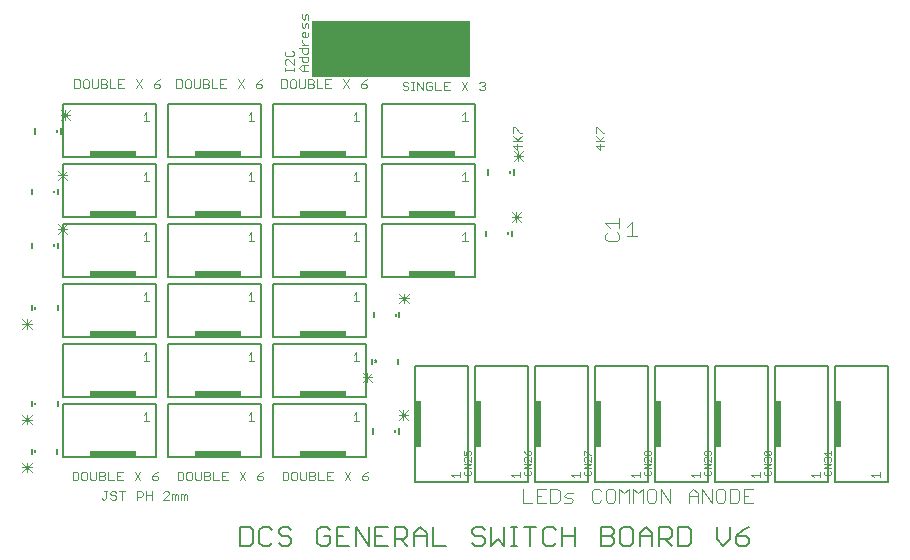
<source format=gbr>
G04 EAGLE Gerber RS-274X export*
G75*
%MOMM*%
%FSLAX34Y34*%
%LPD*%
%INSilkscreen Top*%
%IPPOS*%
%AMOC8*
5,1,8,0,0,1.08239X$1,22.5*%
G01*
%ADD10C,0.152400*%
%ADD11C,0.076200*%
%ADD12C,0.101600*%
%ADD13R,13.500000X4.750000*%
%ADD14C,0.127000*%
%ADD15R,4.000000X0.500000*%
%ADD16R,0.500000X4.000000*%
%ADD17C,0.050800*%


D10*
X211886Y37352D02*
X211886Y21082D01*
X220021Y21082D01*
X222733Y23794D01*
X222733Y34640D01*
X220021Y37352D01*
X211886Y37352D01*
X236393Y37352D02*
X239104Y34640D01*
X236393Y37352D02*
X230969Y37352D01*
X228258Y34640D01*
X228258Y23794D01*
X230969Y21082D01*
X236393Y21082D01*
X239104Y23794D01*
X252764Y37352D02*
X255476Y34640D01*
X252764Y37352D02*
X247341Y37352D01*
X244629Y34640D01*
X244629Y31929D01*
X247341Y29217D01*
X252764Y29217D01*
X255476Y26505D01*
X255476Y23794D01*
X252764Y21082D01*
X247341Y21082D01*
X244629Y23794D01*
X285507Y37352D02*
X288219Y34640D01*
X285507Y37352D02*
X280084Y37352D01*
X277372Y34640D01*
X277372Y23794D01*
X280084Y21082D01*
X285507Y21082D01*
X288219Y23794D01*
X288219Y29217D01*
X282796Y29217D01*
X293744Y37352D02*
X304591Y37352D01*
X293744Y37352D02*
X293744Y21082D01*
X304591Y21082D01*
X299167Y29217D02*
X293744Y29217D01*
X310116Y21082D02*
X310116Y37352D01*
X320962Y21082D01*
X320962Y37352D01*
X326487Y37352D02*
X337334Y37352D01*
X326487Y37352D02*
X326487Y21082D01*
X337334Y21082D01*
X331910Y29217D02*
X326487Y29217D01*
X342859Y21082D02*
X342859Y37352D01*
X350994Y37352D01*
X353705Y34640D01*
X353705Y29217D01*
X350994Y26505D01*
X342859Y26505D01*
X348282Y26505D02*
X353705Y21082D01*
X359230Y21082D02*
X359230Y31929D01*
X364654Y37352D01*
X370077Y31929D01*
X370077Y21082D01*
X370077Y29217D02*
X359230Y29217D01*
X375602Y37352D02*
X375602Y21082D01*
X386448Y21082D01*
X416480Y37352D02*
X419192Y34640D01*
X416480Y37352D02*
X411057Y37352D01*
X408345Y34640D01*
X408345Y31929D01*
X411057Y29217D01*
X416480Y29217D01*
X419192Y26505D01*
X419192Y23794D01*
X416480Y21082D01*
X411057Y21082D01*
X408345Y23794D01*
X424717Y21082D02*
X424717Y37352D01*
X430140Y26505D02*
X424717Y21082D01*
X430140Y26505D02*
X435563Y21082D01*
X435563Y37352D01*
X441088Y21082D02*
X446511Y21082D01*
X443800Y21082D02*
X443800Y37352D01*
X446511Y37352D02*
X441088Y37352D01*
X457426Y37352D02*
X457426Y21082D01*
X462849Y37352D02*
X452002Y37352D01*
X476509Y37352D02*
X479221Y34640D01*
X476509Y37352D02*
X471086Y37352D01*
X468374Y34640D01*
X468374Y23794D01*
X471086Y21082D01*
X476509Y21082D01*
X479221Y23794D01*
X484746Y21082D02*
X484746Y37352D01*
X484746Y29217D02*
X495592Y29217D01*
X495592Y37352D02*
X495592Y21082D01*
X517489Y21082D02*
X517489Y37352D01*
X525624Y37352D01*
X528335Y34640D01*
X528335Y31929D01*
X525624Y29217D01*
X528335Y26505D01*
X528335Y23794D01*
X525624Y21082D01*
X517489Y21082D01*
X517489Y29217D02*
X525624Y29217D01*
X536572Y37352D02*
X541995Y37352D01*
X536572Y37352D02*
X533860Y34640D01*
X533860Y23794D01*
X536572Y21082D01*
X541995Y21082D01*
X544707Y23794D01*
X544707Y34640D01*
X541995Y37352D01*
X550232Y31929D02*
X550232Y21082D01*
X550232Y31929D02*
X555655Y37352D01*
X561078Y31929D01*
X561078Y21082D01*
X561078Y29217D02*
X550232Y29217D01*
X566603Y21082D02*
X566603Y37352D01*
X574738Y37352D01*
X577450Y34640D01*
X577450Y29217D01*
X574738Y26505D01*
X566603Y26505D01*
X572027Y26505D02*
X577450Y21082D01*
X582975Y21082D02*
X582975Y37352D01*
X582975Y21082D02*
X591110Y21082D01*
X593822Y23794D01*
X593822Y34640D01*
X591110Y37352D01*
X582975Y37352D01*
X615718Y37352D02*
X615718Y26505D01*
X621141Y21082D01*
X626565Y26505D01*
X626565Y37352D01*
X637513Y34640D02*
X642936Y37352D01*
X637513Y34640D02*
X632090Y29217D01*
X632090Y23794D01*
X634801Y21082D01*
X640225Y21082D01*
X642936Y23794D01*
X642936Y26505D01*
X640225Y29217D01*
X632090Y29217D01*
D11*
X246881Y408531D02*
X246881Y415903D01*
X246881Y408531D02*
X250567Y408531D01*
X251796Y409760D01*
X251796Y414675D01*
X250567Y415903D01*
X246881Y415903D01*
X255594Y415903D02*
X258051Y415903D01*
X255594Y415903D02*
X254365Y414675D01*
X254365Y409760D01*
X255594Y408531D01*
X258051Y408531D01*
X259280Y409760D01*
X259280Y414675D01*
X258051Y415903D01*
X261849Y415903D02*
X261849Y409760D01*
X263078Y408531D01*
X265535Y408531D01*
X266764Y409760D01*
X266764Y415903D01*
X269333Y415903D02*
X269333Y408531D01*
X269333Y415903D02*
X273020Y415903D01*
X274248Y414675D01*
X274248Y413446D01*
X273020Y412217D01*
X274248Y410988D01*
X274248Y409760D01*
X273020Y408531D01*
X269333Y408531D01*
X269333Y412217D02*
X273020Y412217D01*
X276818Y415903D02*
X276818Y408531D01*
X281732Y408531D01*
X284302Y415903D02*
X289217Y415903D01*
X284302Y415903D02*
X284302Y408531D01*
X289217Y408531D01*
X286759Y412217D02*
X284302Y412217D01*
X299270Y415903D02*
X304185Y408531D01*
X299270Y408531D02*
X304185Y415903D01*
X316696Y414675D02*
X319153Y415903D01*
X316696Y414675D02*
X314238Y412217D01*
X314238Y409760D01*
X315467Y408531D01*
X317925Y408531D01*
X319153Y409760D01*
X319153Y410988D01*
X317925Y412217D01*
X314238Y412217D01*
X353317Y414153D02*
X354546Y412925D01*
X353317Y414153D02*
X350860Y414153D01*
X349631Y412925D01*
X349631Y411696D01*
X350860Y410467D01*
X353317Y410467D01*
X354546Y409238D01*
X354546Y408010D01*
X353317Y406781D01*
X350860Y406781D01*
X349631Y408010D01*
X357115Y406781D02*
X359573Y406781D01*
X358344Y406781D02*
X358344Y414153D01*
X357115Y414153D02*
X359573Y414153D01*
X362105Y414153D02*
X362105Y406781D01*
X367019Y406781D02*
X362105Y414153D01*
X367019Y414153D02*
X367019Y406781D01*
X373275Y414153D02*
X374504Y412925D01*
X373275Y414153D02*
X370817Y414153D01*
X369589Y412925D01*
X369589Y408010D01*
X370817Y406781D01*
X373275Y406781D01*
X374504Y408010D01*
X374504Y410467D01*
X372046Y410467D01*
X377073Y414153D02*
X377073Y406781D01*
X381988Y406781D01*
X384557Y414153D02*
X389472Y414153D01*
X384557Y414153D02*
X384557Y406781D01*
X389472Y406781D01*
X387014Y410467D02*
X384557Y410467D01*
X399525Y414153D02*
X404440Y406781D01*
X399525Y406781D02*
X404440Y414153D01*
X414494Y412925D02*
X415722Y414153D01*
X418180Y414153D01*
X419409Y412925D01*
X419409Y411696D01*
X418180Y410467D01*
X416951Y410467D01*
X418180Y410467D02*
X419409Y409238D01*
X419409Y408010D01*
X418180Y406781D01*
X415722Y406781D01*
X414494Y408010D01*
X157981Y408531D02*
X157981Y415903D01*
X157981Y408531D02*
X161667Y408531D01*
X162896Y409760D01*
X162896Y414675D01*
X161667Y415903D01*
X157981Y415903D01*
X166694Y415903D02*
X169151Y415903D01*
X166694Y415903D02*
X165465Y414675D01*
X165465Y409760D01*
X166694Y408531D01*
X169151Y408531D01*
X170380Y409760D01*
X170380Y414675D01*
X169151Y415903D01*
X172949Y415903D02*
X172949Y409760D01*
X174178Y408531D01*
X176635Y408531D01*
X177864Y409760D01*
X177864Y415903D01*
X180433Y415903D02*
X180433Y408531D01*
X180433Y415903D02*
X184120Y415903D01*
X185348Y414675D01*
X185348Y413446D01*
X184120Y412217D01*
X185348Y410988D01*
X185348Y409760D01*
X184120Y408531D01*
X180433Y408531D01*
X180433Y412217D02*
X184120Y412217D01*
X187918Y415903D02*
X187918Y408531D01*
X192832Y408531D01*
X195402Y415903D02*
X200317Y415903D01*
X195402Y415903D02*
X195402Y408531D01*
X200317Y408531D01*
X197859Y412217D02*
X195402Y412217D01*
X210370Y415903D02*
X215285Y408531D01*
X210370Y408531D02*
X215285Y415903D01*
X227796Y414675D02*
X230253Y415903D01*
X227796Y414675D02*
X225338Y412217D01*
X225338Y409760D01*
X226567Y408531D01*
X229025Y408531D01*
X230253Y409760D01*
X230253Y410988D01*
X229025Y412217D01*
X225338Y412217D01*
X71581Y415903D02*
X71581Y408531D01*
X75267Y408531D01*
X76496Y409760D01*
X76496Y414675D01*
X75267Y415903D01*
X71581Y415903D01*
X80294Y415903D02*
X82751Y415903D01*
X80294Y415903D02*
X79065Y414675D01*
X79065Y409760D01*
X80294Y408531D01*
X82751Y408531D01*
X83980Y409760D01*
X83980Y414675D01*
X82751Y415903D01*
X86549Y415903D02*
X86549Y409760D01*
X87778Y408531D01*
X90235Y408531D01*
X91464Y409760D01*
X91464Y415903D01*
X94033Y415903D02*
X94033Y408531D01*
X94033Y415903D02*
X97720Y415903D01*
X98948Y414675D01*
X98948Y413446D01*
X97720Y412217D01*
X98948Y410988D01*
X98948Y409760D01*
X97720Y408531D01*
X94033Y408531D01*
X94033Y412217D02*
X97720Y412217D01*
X101518Y415903D02*
X101518Y408531D01*
X106432Y408531D01*
X109002Y415903D02*
X113917Y415903D01*
X109002Y415903D02*
X109002Y408531D01*
X113917Y408531D01*
X111459Y412217D02*
X109002Y412217D01*
X123970Y415903D02*
X128885Y408531D01*
X123970Y408531D02*
X128885Y415903D01*
X141396Y414675D02*
X143853Y415903D01*
X141396Y414675D02*
X138938Y412217D01*
X138938Y409760D01*
X140167Y408531D01*
X142625Y408531D01*
X143853Y409760D01*
X143853Y410988D01*
X142625Y412217D01*
X138938Y412217D01*
X70231Y83953D02*
X70231Y76581D01*
X73917Y76581D01*
X75146Y77810D01*
X75146Y82725D01*
X73917Y83953D01*
X70231Y83953D01*
X78944Y83953D02*
X81401Y83953D01*
X78944Y83953D02*
X77715Y82725D01*
X77715Y77810D01*
X78944Y76581D01*
X81401Y76581D01*
X82630Y77810D01*
X82630Y82725D01*
X81401Y83953D01*
X85199Y83953D02*
X85199Y77810D01*
X86428Y76581D01*
X88885Y76581D01*
X90114Y77810D01*
X90114Y83953D01*
X92683Y83953D02*
X92683Y76581D01*
X92683Y83953D02*
X96370Y83953D01*
X97598Y82725D01*
X97598Y81496D01*
X96370Y80267D01*
X97598Y79038D01*
X97598Y77810D01*
X96370Y76581D01*
X92683Y76581D01*
X92683Y80267D02*
X96370Y80267D01*
X100168Y83953D02*
X100168Y76581D01*
X105082Y76581D01*
X107652Y83953D02*
X112567Y83953D01*
X107652Y83953D02*
X107652Y76581D01*
X112567Y76581D01*
X110109Y80267D02*
X107652Y80267D01*
X122620Y83953D02*
X127535Y76581D01*
X122620Y76581D02*
X127535Y83953D01*
X140046Y82725D02*
X142503Y83953D01*
X140046Y82725D02*
X137588Y80267D01*
X137588Y77810D01*
X138817Y76581D01*
X141275Y76581D01*
X142503Y77810D01*
X142503Y79038D01*
X141275Y80267D01*
X137588Y80267D01*
X159131Y83953D02*
X159131Y76581D01*
X162817Y76581D01*
X164046Y77810D01*
X164046Y82725D01*
X162817Y83953D01*
X159131Y83953D01*
X167844Y83953D02*
X170301Y83953D01*
X167844Y83953D02*
X166615Y82725D01*
X166615Y77810D01*
X167844Y76581D01*
X170301Y76581D01*
X171530Y77810D01*
X171530Y82725D01*
X170301Y83953D01*
X174099Y83953D02*
X174099Y77810D01*
X175328Y76581D01*
X177785Y76581D01*
X179014Y77810D01*
X179014Y83953D01*
X181583Y83953D02*
X181583Y76581D01*
X181583Y83953D02*
X185270Y83953D01*
X186498Y82725D01*
X186498Y81496D01*
X185270Y80267D01*
X186498Y79038D01*
X186498Y77810D01*
X185270Y76581D01*
X181583Y76581D01*
X181583Y80267D02*
X185270Y80267D01*
X189068Y83953D02*
X189068Y76581D01*
X193982Y76581D01*
X196552Y83953D02*
X201467Y83953D01*
X196552Y83953D02*
X196552Y76581D01*
X201467Y76581D01*
X199009Y80267D02*
X196552Y80267D01*
X211520Y83953D02*
X216435Y76581D01*
X211520Y76581D02*
X216435Y83953D01*
X228946Y82725D02*
X231403Y83953D01*
X228946Y82725D02*
X226488Y80267D01*
X226488Y77810D01*
X227717Y76581D01*
X230175Y76581D01*
X231403Y77810D01*
X231403Y79038D01*
X230175Y80267D01*
X226488Y80267D01*
X248031Y83953D02*
X248031Y76581D01*
X251717Y76581D01*
X252946Y77810D01*
X252946Y82725D01*
X251717Y83953D01*
X248031Y83953D01*
X256744Y83953D02*
X259201Y83953D01*
X256744Y83953D02*
X255515Y82725D01*
X255515Y77810D01*
X256744Y76581D01*
X259201Y76581D01*
X260430Y77810D01*
X260430Y82725D01*
X259201Y83953D01*
X262999Y83953D02*
X262999Y77810D01*
X264228Y76581D01*
X266685Y76581D01*
X267914Y77810D01*
X267914Y83953D01*
X270483Y83953D02*
X270483Y76581D01*
X270483Y83953D02*
X274170Y83953D01*
X275398Y82725D01*
X275398Y81496D01*
X274170Y80267D01*
X275398Y79038D01*
X275398Y77810D01*
X274170Y76581D01*
X270483Y76581D01*
X270483Y80267D02*
X274170Y80267D01*
X277968Y83953D02*
X277968Y76581D01*
X282882Y76581D01*
X285452Y83953D02*
X290367Y83953D01*
X285452Y83953D02*
X285452Y76581D01*
X290367Y76581D01*
X287909Y80267D02*
X285452Y80267D01*
X300420Y83953D02*
X305335Y76581D01*
X300420Y76581D02*
X305335Y83953D01*
X317846Y82725D02*
X320303Y83953D01*
X317846Y82725D02*
X315388Y80267D01*
X315388Y77810D01*
X316617Y76581D01*
X319075Y76581D01*
X320303Y77810D01*
X320303Y79038D01*
X319075Y80267D01*
X315388Y80267D01*
X95960Y60031D02*
X94731Y61260D01*
X95960Y60031D02*
X97188Y60031D01*
X98417Y61260D01*
X98417Y67403D01*
X97188Y67403D02*
X99646Y67403D01*
X105901Y67403D02*
X107130Y66175D01*
X105901Y67403D02*
X103444Y67403D01*
X102215Y66175D01*
X102215Y64946D01*
X103444Y63717D01*
X105901Y63717D01*
X107130Y62488D01*
X107130Y61260D01*
X105901Y60031D01*
X103444Y60031D01*
X102215Y61260D01*
X112157Y60031D02*
X112157Y67403D01*
X114614Y67403D02*
X109699Y67403D01*
X124668Y67403D02*
X124668Y60031D01*
X124668Y67403D02*
X128354Y67403D01*
X129582Y66175D01*
X129582Y63717D01*
X128354Y62488D01*
X124668Y62488D01*
X132152Y60031D02*
X132152Y67403D01*
X132152Y63717D02*
X137067Y63717D01*
X137067Y67403D02*
X137067Y60031D01*
X147120Y60031D02*
X152035Y60031D01*
X147120Y60031D02*
X152035Y64946D01*
X152035Y66175D01*
X150806Y67403D01*
X148349Y67403D01*
X147120Y66175D01*
X154604Y64946D02*
X154604Y60031D01*
X154604Y64946D02*
X155833Y64946D01*
X157062Y63717D01*
X157062Y60031D01*
X157062Y63717D02*
X158290Y64946D01*
X159519Y63717D01*
X159519Y60031D01*
X162088Y60031D02*
X162088Y64946D01*
X163317Y64946D01*
X164546Y63717D01*
X164546Y60031D01*
X164546Y63717D02*
X165775Y64946D01*
X167003Y63717D01*
X167003Y60031D01*
D12*
X451358Y57658D02*
X451358Y69352D01*
X451358Y57658D02*
X459154Y57658D01*
X463052Y69352D02*
X470848Y69352D01*
X463052Y69352D02*
X463052Y57658D01*
X470848Y57658D01*
X466950Y63505D02*
X463052Y63505D01*
X474746Y69352D02*
X474746Y57658D01*
X480593Y57658D01*
X482542Y59607D01*
X482542Y67403D01*
X480593Y69352D01*
X474746Y69352D01*
X486440Y57658D02*
X492287Y57658D01*
X494236Y59607D01*
X492287Y61556D01*
X488389Y61556D01*
X486440Y63505D01*
X488389Y65454D01*
X494236Y65454D01*
X515675Y69352D02*
X517624Y67403D01*
X515675Y69352D02*
X511777Y69352D01*
X509828Y67403D01*
X509828Y59607D01*
X511777Y57658D01*
X515675Y57658D01*
X517624Y59607D01*
X523471Y69352D02*
X527369Y69352D01*
X523471Y69352D02*
X521522Y67403D01*
X521522Y59607D01*
X523471Y57658D01*
X527369Y57658D01*
X529318Y59607D01*
X529318Y67403D01*
X527369Y69352D01*
X533216Y69352D02*
X533216Y57658D01*
X537114Y65454D02*
X533216Y69352D01*
X537114Y65454D02*
X541012Y69352D01*
X541012Y57658D01*
X544910Y57658D02*
X544910Y69352D01*
X548808Y65454D01*
X552706Y69352D01*
X552706Y57658D01*
X558553Y69352D02*
X562451Y69352D01*
X558553Y69352D02*
X556604Y67403D01*
X556604Y59607D01*
X558553Y57658D01*
X562451Y57658D01*
X564400Y59607D01*
X564400Y67403D01*
X562451Y69352D01*
X568298Y69352D02*
X568298Y57658D01*
X576094Y57658D02*
X568298Y69352D01*
X576094Y69352D02*
X576094Y57658D01*
X591686Y57658D02*
X591686Y65454D01*
X595584Y69352D01*
X599482Y65454D01*
X599482Y57658D01*
X599482Y63505D02*
X591686Y63505D01*
X603380Y57658D02*
X603380Y69352D01*
X611176Y57658D01*
X611176Y69352D01*
X617023Y69352D02*
X620921Y69352D01*
X617023Y69352D02*
X615074Y67403D01*
X615074Y59607D01*
X617023Y57658D01*
X620921Y57658D01*
X622870Y59607D01*
X622870Y67403D01*
X620921Y69352D01*
X626768Y69352D02*
X626768Y57658D01*
X632615Y57658D01*
X634564Y59607D01*
X634564Y67403D01*
X632615Y69352D01*
X626768Y69352D01*
X638462Y69352D02*
X646257Y69352D01*
X638462Y69352D02*
X638462Y57658D01*
X646257Y57658D01*
X642359Y63505D02*
X638462Y63505D01*
D11*
X450469Y359667D02*
X443097Y359667D01*
X446783Y355981D01*
X446783Y360896D01*
X443097Y363465D02*
X450469Y363465D01*
X448012Y363465D02*
X443097Y368380D01*
X446783Y364694D02*
X450469Y368380D01*
X443097Y370949D02*
X443097Y375864D01*
X444325Y375864D01*
X449240Y370949D01*
X450469Y370949D01*
X512947Y359667D02*
X520319Y359667D01*
X516633Y355981D02*
X512947Y359667D01*
X516633Y360896D02*
X516633Y355981D01*
X512947Y363465D02*
X520319Y363465D01*
X517862Y363465D02*
X512947Y368380D01*
X516633Y364694D02*
X520319Y368380D01*
X512947Y370949D02*
X512947Y375864D01*
X514175Y375864D01*
X519090Y370949D01*
X520319Y370949D01*
D13*
X340000Y441250D03*
D11*
X257427Y425338D02*
X257427Y422881D01*
X257427Y424110D02*
X250055Y424110D01*
X250055Y425338D02*
X250055Y422881D01*
X257427Y427870D02*
X257427Y432785D01*
X257427Y427870D02*
X252512Y432785D01*
X251283Y432785D01*
X250055Y431557D01*
X250055Y429099D01*
X251283Y427870D01*
X250055Y439041D02*
X251283Y440269D01*
X250055Y439041D02*
X250055Y436583D01*
X251283Y435355D01*
X256198Y435355D01*
X257427Y436583D01*
X257427Y439041D01*
X256198Y440269D01*
X264704Y422881D02*
X269619Y422881D01*
X264704Y422881D02*
X262247Y425338D01*
X264704Y427796D01*
X269619Y427796D01*
X265933Y427796D02*
X265933Y422881D01*
X262247Y435280D02*
X269619Y435280D01*
X269619Y431594D01*
X268390Y430365D01*
X265933Y430365D01*
X264704Y431594D01*
X264704Y435280D01*
X262247Y442764D02*
X269619Y442764D01*
X269619Y439078D01*
X268390Y437849D01*
X265933Y437849D01*
X264704Y439078D01*
X264704Y442764D01*
X264704Y445333D02*
X269619Y445333D01*
X267162Y445333D02*
X264704Y447791D01*
X264704Y449020D01*
X269619Y452799D02*
X269619Y455256D01*
X269619Y452799D02*
X268390Y451570D01*
X265933Y451570D01*
X264704Y452799D01*
X264704Y455256D01*
X265933Y456485D01*
X267162Y456485D01*
X267162Y451570D01*
X269619Y459054D02*
X269619Y462741D01*
X268390Y463969D01*
X267162Y462741D01*
X267162Y460283D01*
X265933Y459054D01*
X264704Y460283D01*
X264704Y463969D01*
X269619Y466539D02*
X269619Y470225D01*
X268390Y471453D01*
X267162Y470225D01*
X267162Y467767D01*
X265933Y466539D01*
X264704Y467767D01*
X264704Y471453D01*
D12*
X539915Y290879D02*
X543813Y294777D01*
X543813Y283083D01*
X539915Y283083D02*
X547711Y283083D01*
X523147Y286541D02*
X521198Y284592D01*
X521198Y280694D01*
X523147Y278745D01*
X530943Y278745D01*
X532892Y280694D01*
X532892Y284592D01*
X530943Y286541D01*
X525096Y290439D02*
X521198Y294337D01*
X532892Y294337D01*
X532892Y290439D02*
X532892Y298235D01*
D10*
X419953Y287936D02*
X419953Y283364D01*
X441797Y283364D02*
X441797Y287936D01*
X439002Y286412D02*
X438975Y286313D01*
X438952Y286212D01*
X438932Y286111D01*
X438916Y286009D01*
X438904Y285907D01*
X438896Y285804D01*
X438892Y285702D01*
X438892Y285598D01*
X438896Y285496D01*
X438904Y285393D01*
X438916Y285291D01*
X438932Y285189D01*
X438952Y285088D01*
X438975Y284987D01*
X439002Y284888D01*
D11*
X441883Y295338D02*
X449849Y303303D01*
X449849Y295338D02*
X441883Y303303D01*
X445866Y303303D02*
X445866Y295338D01*
X441883Y299320D02*
X449849Y299320D01*
D10*
X325003Y219061D02*
X325003Y214489D01*
X346847Y214489D02*
X346847Y219061D01*
X344052Y217537D02*
X344025Y217438D01*
X344002Y217337D01*
X343982Y217236D01*
X343966Y217134D01*
X343954Y217032D01*
X343946Y216929D01*
X343942Y216827D01*
X343942Y216723D01*
X343946Y216621D01*
X343954Y216518D01*
X343966Y216416D01*
X343982Y216314D01*
X344002Y216213D01*
X344025Y216112D01*
X344052Y216013D01*
D11*
X346933Y226463D02*
X354899Y234428D01*
X354899Y226463D02*
X346933Y234428D01*
X350916Y234428D02*
X350916Y226463D01*
X346933Y230445D02*
X354899Y230445D01*
D14*
X140875Y141300D02*
X62365Y141300D01*
X140875Y141300D02*
X140875Y96300D01*
X62365Y96300D01*
X62365Y141300D01*
D15*
X104575Y98800D03*
D11*
X130256Y131821D02*
X132713Y134278D01*
X132713Y126906D01*
X130256Y126906D02*
X135171Y126906D01*
D14*
X151265Y141300D02*
X229775Y141300D01*
X229775Y96300D01*
X151265Y96300D01*
X151265Y141300D01*
D15*
X193475Y98800D03*
D11*
X219156Y131821D02*
X221613Y134278D01*
X221613Y126906D01*
X219156Y126906D02*
X224071Y126906D01*
D14*
X240165Y141300D02*
X318675Y141300D01*
X318675Y96300D01*
X240165Y96300D01*
X240165Y141300D01*
D15*
X282375Y98800D03*
D11*
X308056Y131821D02*
X310513Y134278D01*
X310513Y126906D01*
X308056Y126906D02*
X312971Y126906D01*
D14*
X140875Y192100D02*
X62365Y192100D01*
X140875Y192100D02*
X140875Y147100D01*
X62365Y147100D01*
X62365Y192100D01*
D15*
X104575Y149600D03*
D11*
X130256Y182621D02*
X132713Y185078D01*
X132713Y177706D01*
X130256Y177706D02*
X135171Y177706D01*
D14*
X151265Y192100D02*
X229775Y192100D01*
X229775Y147100D01*
X151265Y147100D01*
X151265Y192100D01*
D15*
X193475Y149600D03*
D11*
X219156Y182621D02*
X221613Y185078D01*
X221613Y177706D01*
X219156Y177706D02*
X224071Y177706D01*
D14*
X240165Y192100D02*
X318675Y192100D01*
X318675Y147100D01*
X240165Y147100D01*
X240165Y192100D01*
D15*
X282375Y149600D03*
D11*
X308056Y182621D02*
X310513Y185078D01*
X310513Y177706D01*
X308056Y177706D02*
X312971Y177706D01*
D14*
X140875Y242900D02*
X62365Y242900D01*
X140875Y242900D02*
X140875Y197900D01*
X62365Y197900D01*
X62365Y242900D01*
D15*
X104575Y200400D03*
D11*
X130256Y233421D02*
X132713Y235878D01*
X132713Y228506D01*
X130256Y228506D02*
X135171Y228506D01*
D14*
X151265Y242900D02*
X229775Y242900D01*
X229775Y197900D01*
X151265Y197900D01*
X151265Y242900D01*
D15*
X193475Y200400D03*
D11*
X219156Y233421D02*
X221613Y235878D01*
X221613Y228506D01*
X219156Y228506D02*
X224071Y228506D01*
D14*
X240165Y242900D02*
X318675Y242900D01*
X318675Y197900D01*
X240165Y197900D01*
X240165Y242900D01*
D15*
X282375Y200400D03*
D11*
X308056Y233421D02*
X310513Y235878D01*
X310513Y228506D01*
X308056Y228506D02*
X312971Y228506D01*
D14*
X140875Y293700D02*
X62365Y293700D01*
X140875Y293700D02*
X140875Y248700D01*
X62365Y248700D01*
X62365Y293700D01*
D15*
X104575Y251200D03*
D11*
X130256Y284221D02*
X132713Y286678D01*
X132713Y279306D01*
X130256Y279306D02*
X135171Y279306D01*
D14*
X151265Y293700D02*
X229775Y293700D01*
X229775Y248700D01*
X151265Y248700D01*
X151265Y293700D01*
D15*
X193475Y251200D03*
D11*
X219156Y284221D02*
X221613Y286678D01*
X221613Y279306D01*
X219156Y279306D02*
X224071Y279306D01*
D14*
X240165Y293700D02*
X318675Y293700D01*
X318675Y248700D01*
X240165Y248700D01*
X240165Y293700D01*
D15*
X282375Y251200D03*
D11*
X308056Y284221D02*
X310513Y286678D01*
X310513Y279306D01*
X308056Y279306D02*
X312971Y279306D01*
D14*
X140875Y344500D02*
X62365Y344500D01*
X140875Y344500D02*
X140875Y299500D01*
X62365Y299500D01*
X62365Y344500D01*
D15*
X104575Y302000D03*
D11*
X130256Y335021D02*
X132713Y337478D01*
X132713Y330106D01*
X130256Y330106D02*
X135171Y330106D01*
D14*
X151265Y344500D02*
X229775Y344500D01*
X229775Y299500D01*
X151265Y299500D01*
X151265Y344500D01*
D15*
X193475Y302000D03*
D11*
X219156Y335021D02*
X221613Y337478D01*
X221613Y330106D01*
X219156Y330106D02*
X224071Y330106D01*
D14*
X240165Y344500D02*
X318675Y344500D01*
X318675Y299500D01*
X240165Y299500D01*
X240165Y344500D01*
D15*
X282375Y302000D03*
D11*
X308056Y335021D02*
X310513Y337478D01*
X310513Y330106D01*
X308056Y330106D02*
X312971Y330106D01*
D14*
X140875Y395300D02*
X62365Y395300D01*
X140875Y395300D02*
X140875Y350300D01*
X62365Y350300D01*
X62365Y395300D01*
D15*
X104575Y352800D03*
D11*
X130256Y385821D02*
X132713Y388278D01*
X132713Y380906D01*
X130256Y380906D02*
X135171Y380906D01*
D14*
X151265Y395300D02*
X229775Y395300D01*
X229775Y350300D01*
X151265Y350300D01*
X151265Y395300D01*
D15*
X193475Y352800D03*
D11*
X219156Y385821D02*
X221613Y388278D01*
X221613Y380906D01*
X219156Y380906D02*
X224071Y380906D01*
D14*
X240165Y395300D02*
X318675Y395300D01*
X318675Y350300D01*
X240165Y350300D01*
X240165Y395300D01*
D15*
X282375Y352800D03*
D11*
X308056Y385821D02*
X310513Y388278D01*
X310513Y380906D01*
X308056Y380906D02*
X312971Y380906D01*
D14*
X332240Y395300D02*
X410750Y395300D01*
X410750Y350300D01*
X332240Y350300D01*
X332240Y395300D01*
D15*
X374450Y352800D03*
D11*
X400131Y385821D02*
X402588Y388278D01*
X402588Y380906D01*
X400131Y380906D02*
X405046Y380906D01*
D14*
X410750Y293700D02*
X332240Y293700D01*
X410750Y293700D02*
X410750Y248700D01*
X332240Y248700D01*
X332240Y293700D01*
D15*
X374450Y251200D03*
D11*
X400131Y284221D02*
X402588Y286678D01*
X402588Y279306D01*
X400131Y279306D02*
X405046Y279306D01*
D14*
X410750Y344500D02*
X332240Y344500D01*
X410750Y344500D02*
X410750Y299500D01*
X332240Y299500D01*
X332240Y344500D01*
D15*
X374450Y302000D03*
D11*
X400131Y335021D02*
X402588Y337478D01*
X402588Y330106D01*
X400131Y330106D02*
X405046Y330106D01*
D10*
X57497Y224961D02*
X57497Y220389D01*
X35653Y220389D02*
X35653Y224961D01*
X38448Y223437D02*
X38475Y223338D01*
X38498Y223237D01*
X38518Y223136D01*
X38534Y223034D01*
X38546Y222932D01*
X38554Y222829D01*
X38558Y222727D01*
X38558Y222623D01*
X38554Y222521D01*
X38546Y222418D01*
X38534Y222316D01*
X38518Y222214D01*
X38498Y222113D01*
X38475Y222012D01*
X38448Y221913D01*
D11*
X35567Y212987D02*
X27601Y205022D01*
X27601Y212987D02*
X35567Y205022D01*
X31584Y205022D02*
X31584Y212987D01*
X35567Y209005D02*
X27601Y209005D01*
D10*
X38153Y369839D02*
X38153Y374411D01*
X59997Y374411D02*
X59997Y369839D01*
X57202Y371363D02*
X57175Y371462D01*
X57152Y371563D01*
X57132Y371664D01*
X57116Y371766D01*
X57104Y371868D01*
X57096Y371971D01*
X57092Y372073D01*
X57092Y372177D01*
X57096Y372279D01*
X57104Y372382D01*
X57116Y372484D01*
X57132Y372586D01*
X57152Y372687D01*
X57175Y372788D01*
X57202Y372887D01*
D11*
X60083Y381813D02*
X68049Y389778D01*
X68049Y381813D02*
X60083Y389778D01*
X64066Y389778D02*
X64066Y381813D01*
X60083Y385795D02*
X68049Y385795D01*
D10*
X345647Y179561D02*
X345647Y174989D01*
X323803Y174989D02*
X323803Y179561D01*
X326598Y178037D02*
X326625Y177938D01*
X326648Y177837D01*
X326668Y177736D01*
X326684Y177634D01*
X326696Y177532D01*
X326704Y177429D01*
X326708Y177327D01*
X326708Y177223D01*
X326704Y177121D01*
X326696Y177018D01*
X326684Y176916D01*
X326668Y176814D01*
X326648Y176713D01*
X326625Y176612D01*
X326598Y176513D01*
D11*
X323717Y167587D02*
X315751Y159622D01*
X315751Y167587D02*
X323717Y159622D01*
X319734Y159622D02*
X319734Y167587D01*
X323717Y163605D02*
X315751Y163605D01*
D10*
X421778Y335239D02*
X421778Y339811D01*
X443622Y339811D02*
X443622Y335239D01*
X440827Y336763D02*
X440800Y336862D01*
X440777Y336963D01*
X440757Y337064D01*
X440741Y337166D01*
X440729Y337268D01*
X440721Y337371D01*
X440717Y337473D01*
X440717Y337577D01*
X440721Y337679D01*
X440729Y337782D01*
X440741Y337884D01*
X440757Y337986D01*
X440777Y338087D01*
X440800Y338188D01*
X440827Y338287D01*
D11*
X443708Y347213D02*
X451674Y355178D01*
X451674Y347213D02*
X443708Y355178D01*
X447691Y355178D02*
X447691Y347213D01*
X443708Y351195D02*
X451674Y351195D01*
D10*
X57497Y143861D02*
X57497Y139289D01*
X35653Y139289D02*
X35653Y143861D01*
X38448Y142337D02*
X38475Y142238D01*
X38498Y142137D01*
X38518Y142036D01*
X38534Y141934D01*
X38546Y141832D01*
X38554Y141729D01*
X38558Y141627D01*
X38558Y141523D01*
X38554Y141421D01*
X38546Y141318D01*
X38534Y141216D01*
X38518Y141114D01*
X38498Y141013D01*
X38475Y140912D01*
X38448Y140813D01*
D11*
X35567Y131887D02*
X27601Y123922D01*
X27601Y131887D02*
X35567Y123922D01*
X31584Y123922D02*
X31584Y131887D01*
X35567Y127905D02*
X27601Y127905D01*
D10*
X35653Y318739D02*
X35653Y323311D01*
X57497Y323311D02*
X57497Y318739D01*
X54702Y320263D02*
X54675Y320362D01*
X54652Y320463D01*
X54632Y320564D01*
X54616Y320666D01*
X54604Y320768D01*
X54596Y320871D01*
X54592Y320973D01*
X54592Y321077D01*
X54596Y321179D01*
X54604Y321282D01*
X54616Y321384D01*
X54632Y321486D01*
X54652Y321587D01*
X54675Y321688D01*
X54702Y321787D01*
D11*
X57583Y330713D02*
X65549Y338678D01*
X65549Y330713D02*
X57583Y338678D01*
X61566Y338678D02*
X61566Y330713D01*
X57583Y334695D02*
X65549Y334695D01*
D10*
X324353Y120561D02*
X324353Y115989D01*
X346197Y115989D02*
X346197Y120561D01*
X343402Y119037D02*
X343375Y118938D01*
X343352Y118837D01*
X343332Y118736D01*
X343316Y118634D01*
X343304Y118532D01*
X343296Y118429D01*
X343292Y118327D01*
X343292Y118223D01*
X343296Y118121D01*
X343304Y118018D01*
X343316Y117916D01*
X343332Y117814D01*
X343352Y117713D01*
X343375Y117612D01*
X343402Y117513D01*
D11*
X346283Y127963D02*
X354249Y135928D01*
X354249Y127963D02*
X346283Y135928D01*
X350266Y135928D02*
X350266Y127963D01*
X346283Y131945D02*
X354249Y131945D01*
D10*
X57347Y103411D02*
X57347Y98839D01*
X35503Y98839D02*
X35503Y103411D01*
X38298Y101887D02*
X38325Y101788D01*
X38348Y101687D01*
X38368Y101586D01*
X38384Y101484D01*
X38396Y101382D01*
X38404Y101279D01*
X38408Y101177D01*
X38408Y101073D01*
X38404Y100971D01*
X38396Y100868D01*
X38384Y100766D01*
X38368Y100664D01*
X38348Y100563D01*
X38325Y100462D01*
X38298Y100363D01*
D11*
X35417Y91437D02*
X27451Y83472D01*
X27451Y91437D02*
X35417Y83472D01*
X31434Y83472D02*
X31434Y91437D01*
X35417Y87455D02*
X27451Y87455D01*
D10*
X35653Y273189D02*
X35653Y277761D01*
X57497Y277761D02*
X57497Y273189D01*
X54702Y274713D02*
X54675Y274812D01*
X54652Y274913D01*
X54632Y275014D01*
X54616Y275116D01*
X54604Y275218D01*
X54596Y275321D01*
X54592Y275423D01*
X54592Y275527D01*
X54596Y275629D01*
X54604Y275732D01*
X54616Y275834D01*
X54632Y275936D01*
X54652Y276037D01*
X54675Y276138D01*
X54702Y276237D01*
D11*
X57583Y285163D02*
X65549Y293128D01*
X65549Y285163D02*
X57583Y293128D01*
X61566Y293128D02*
X61566Y285163D01*
X57583Y289145D02*
X65549Y289145D01*
D16*
X362325Y124025D03*
D11*
X390425Y81379D02*
X392882Y78922D01*
X390425Y81379D02*
X397797Y81379D01*
X397797Y78922D02*
X397797Y83837D01*
D14*
X404825Y75025D02*
X404825Y173525D01*
X404825Y75025D02*
X359825Y75025D01*
X359825Y173525D01*
X404825Y173525D01*
D16*
X362325Y124025D03*
D11*
X390425Y81379D02*
X392882Y78922D01*
X390425Y81379D02*
X397797Y81379D01*
X397797Y78922D02*
X397797Y83837D01*
D16*
X413125Y124025D03*
D11*
X441225Y81379D02*
X443682Y78922D01*
X441225Y81379D02*
X448597Y81379D01*
X448597Y78922D02*
X448597Y83837D01*
D14*
X455625Y75025D02*
X455625Y173525D01*
X455625Y75025D02*
X410625Y75025D01*
X410625Y173525D01*
X455625Y173525D01*
D16*
X413125Y124025D03*
D11*
X441225Y81379D02*
X443682Y78922D01*
X441225Y81379D02*
X448597Y81379D01*
X448597Y78922D02*
X448597Y83837D01*
D17*
X402656Y84755D02*
X401724Y83823D01*
X401724Y81959D01*
X402656Y81027D01*
X406385Y81027D01*
X407317Y81959D01*
X407317Y83823D01*
X406385Y84755D01*
X407317Y86640D02*
X401724Y86640D01*
X407317Y90368D01*
X401724Y90368D01*
X407317Y92253D02*
X407317Y95981D01*
X407317Y92253D02*
X403589Y95981D01*
X402656Y95981D01*
X401724Y95049D01*
X401724Y93185D01*
X402656Y92253D01*
X401724Y97866D02*
X401724Y101594D01*
X401724Y97866D02*
X404521Y97866D01*
X403589Y99730D01*
X403589Y100662D01*
X404521Y101594D01*
X406385Y101594D01*
X407317Y100662D01*
X407317Y98798D01*
X406385Y97866D01*
X402656Y84755D02*
X401724Y83823D01*
X401724Y81959D01*
X402656Y81027D01*
X406385Y81027D01*
X407317Y81959D01*
X407317Y83823D01*
X406385Y84755D01*
X407317Y86640D02*
X401724Y86640D01*
X407317Y90368D01*
X401724Y90368D01*
X407317Y92253D02*
X407317Y95981D01*
X407317Y92253D02*
X403589Y95981D01*
X402656Y95981D01*
X401724Y95049D01*
X401724Y93185D01*
X402656Y92253D01*
X401724Y97866D02*
X401724Y101594D01*
X401724Y97866D02*
X404521Y97866D01*
X403589Y99730D01*
X403589Y100662D01*
X404521Y101594D01*
X406385Y101594D01*
X407317Y100662D01*
X407317Y98798D01*
X406385Y97866D01*
D16*
X463925Y124025D03*
D11*
X492025Y81379D02*
X494482Y78922D01*
X492025Y81379D02*
X499397Y81379D01*
X499397Y78922D02*
X499397Y83837D01*
D14*
X506425Y75025D02*
X506425Y173525D01*
X506425Y75025D02*
X461425Y75025D01*
X461425Y173525D01*
X506425Y173525D01*
D16*
X463925Y124025D03*
D11*
X492025Y81379D02*
X494482Y78922D01*
X492025Y81379D02*
X499397Y81379D01*
X499397Y78922D02*
X499397Y83837D01*
D17*
X453456Y84755D02*
X452524Y83823D01*
X452524Y81959D01*
X453456Y81027D01*
X457185Y81027D01*
X458117Y81959D01*
X458117Y83823D01*
X457185Y84755D01*
X458117Y86640D02*
X452524Y86640D01*
X458117Y90368D01*
X452524Y90368D01*
X458117Y92253D02*
X458117Y95981D01*
X458117Y92253D02*
X454389Y95981D01*
X453456Y95981D01*
X452524Y95049D01*
X452524Y93185D01*
X453456Y92253D01*
X453456Y99730D02*
X452524Y101594D01*
X453456Y99730D02*
X455321Y97866D01*
X457185Y97866D01*
X458117Y98798D01*
X458117Y100662D01*
X457185Y101594D01*
X456253Y101594D01*
X455321Y100662D01*
X455321Y97866D01*
X453456Y84755D02*
X452524Y83823D01*
X452524Y81959D01*
X453456Y81027D01*
X457185Y81027D01*
X458117Y81959D01*
X458117Y83823D01*
X457185Y84755D01*
X458117Y86640D02*
X452524Y86640D01*
X458117Y90368D01*
X452524Y90368D01*
X458117Y92253D02*
X458117Y95981D01*
X458117Y92253D02*
X454389Y95981D01*
X453456Y95981D01*
X452524Y95049D01*
X452524Y93185D01*
X453456Y92253D01*
X453456Y99730D02*
X452524Y101594D01*
X453456Y99730D02*
X455321Y97866D01*
X457185Y97866D01*
X458117Y98798D01*
X458117Y100662D01*
X457185Y101594D01*
X456253Y101594D01*
X455321Y100662D01*
X455321Y97866D01*
D16*
X514725Y124025D03*
D11*
X542825Y81379D02*
X545282Y78922D01*
X542825Y81379D02*
X550197Y81379D01*
X550197Y78922D02*
X550197Y83837D01*
D14*
X557225Y75025D02*
X557225Y173525D01*
X557225Y75025D02*
X512225Y75025D01*
X512225Y173525D01*
X557225Y173525D01*
D16*
X514725Y124025D03*
D11*
X542825Y81379D02*
X545282Y78922D01*
X542825Y81379D02*
X550197Y81379D01*
X550197Y78922D02*
X550197Y83837D01*
D17*
X504256Y84755D02*
X503324Y83823D01*
X503324Y81959D01*
X504256Y81027D01*
X507985Y81027D01*
X508917Y81959D01*
X508917Y83823D01*
X507985Y84755D01*
X508917Y86640D02*
X503324Y86640D01*
X508917Y90368D01*
X503324Y90368D01*
X508917Y92253D02*
X508917Y95981D01*
X508917Y92253D02*
X505189Y95981D01*
X504256Y95981D01*
X503324Y95049D01*
X503324Y93185D01*
X504256Y92253D01*
X503324Y97866D02*
X503324Y101594D01*
X504256Y101594D01*
X507985Y97866D01*
X508917Y97866D01*
X504256Y84755D02*
X503324Y83823D01*
X503324Y81959D01*
X504256Y81027D01*
X507985Y81027D01*
X508917Y81959D01*
X508917Y83823D01*
X507985Y84755D01*
X508917Y86640D02*
X503324Y86640D01*
X508917Y90368D01*
X503324Y90368D01*
X508917Y92253D02*
X508917Y95981D01*
X508917Y92253D02*
X505189Y95981D01*
X504256Y95981D01*
X503324Y95049D01*
X503324Y93185D01*
X504256Y92253D01*
X503324Y97866D02*
X503324Y101594D01*
X504256Y101594D01*
X507985Y97866D01*
X508917Y97866D01*
D16*
X565525Y124025D03*
D11*
X593625Y81379D02*
X596082Y78922D01*
X593625Y81379D02*
X600997Y81379D01*
X600997Y78922D02*
X600997Y83837D01*
D14*
X608025Y75025D02*
X608025Y173525D01*
X608025Y75025D02*
X563025Y75025D01*
X563025Y173525D01*
X608025Y173525D01*
D16*
X565525Y124025D03*
D11*
X593625Y81379D02*
X596082Y78922D01*
X593625Y81379D02*
X600997Y81379D01*
X600997Y78922D02*
X600997Y83837D01*
D17*
X555056Y84755D02*
X554124Y83823D01*
X554124Y81959D01*
X555056Y81027D01*
X558785Y81027D01*
X559717Y81959D01*
X559717Y83823D01*
X558785Y84755D01*
X559717Y86640D02*
X554124Y86640D01*
X559717Y90368D01*
X554124Y90368D01*
X559717Y92253D02*
X559717Y95981D01*
X559717Y92253D02*
X555989Y95981D01*
X555056Y95981D01*
X554124Y95049D01*
X554124Y93185D01*
X555056Y92253D01*
X555056Y97866D02*
X554124Y98798D01*
X554124Y100662D01*
X555056Y101594D01*
X555989Y101594D01*
X556921Y100662D01*
X557853Y101594D01*
X558785Y101594D01*
X559717Y100662D01*
X559717Y98798D01*
X558785Y97866D01*
X557853Y97866D01*
X556921Y98798D01*
X555989Y97866D01*
X555056Y97866D01*
X556921Y98798D02*
X556921Y100662D01*
X555056Y84755D02*
X554124Y83823D01*
X554124Y81959D01*
X555056Y81027D01*
X558785Y81027D01*
X559717Y81959D01*
X559717Y83823D01*
X558785Y84755D01*
X559717Y86640D02*
X554124Y86640D01*
X559717Y90368D01*
X554124Y90368D01*
X559717Y92253D02*
X559717Y95981D01*
X559717Y92253D02*
X555989Y95981D01*
X555056Y95981D01*
X554124Y95049D01*
X554124Y93185D01*
X555056Y92253D01*
X555056Y97866D02*
X554124Y98798D01*
X554124Y100662D01*
X555056Y101594D01*
X555989Y101594D01*
X556921Y100662D01*
X557853Y101594D01*
X558785Y101594D01*
X559717Y100662D01*
X559717Y98798D01*
X558785Y97866D01*
X557853Y97866D01*
X556921Y98798D01*
X555989Y97866D01*
X555056Y97866D01*
X556921Y98798D02*
X556921Y100662D01*
D16*
X616325Y124025D03*
D11*
X644425Y81379D02*
X646882Y78922D01*
X644425Y81379D02*
X651797Y81379D01*
X651797Y78922D02*
X651797Y83837D01*
D14*
X658825Y75025D02*
X658825Y173525D01*
X658825Y75025D02*
X613825Y75025D01*
X613825Y173525D01*
X658825Y173525D01*
D16*
X616325Y124025D03*
D11*
X644425Y81379D02*
X646882Y78922D01*
X644425Y81379D02*
X651797Y81379D01*
X651797Y78922D02*
X651797Y83837D01*
D17*
X605856Y84755D02*
X604924Y83823D01*
X604924Y81959D01*
X605856Y81027D01*
X609585Y81027D01*
X610517Y81959D01*
X610517Y83823D01*
X609585Y84755D01*
X610517Y86640D02*
X604924Y86640D01*
X610517Y90368D01*
X604924Y90368D01*
X610517Y92253D02*
X610517Y95981D01*
X610517Y92253D02*
X606789Y95981D01*
X605856Y95981D01*
X604924Y95049D01*
X604924Y93185D01*
X605856Y92253D01*
X609585Y97866D02*
X610517Y98798D01*
X610517Y100662D01*
X609585Y101594D01*
X605856Y101594D01*
X604924Y100662D01*
X604924Y98798D01*
X605856Y97866D01*
X606789Y97866D01*
X607721Y98798D01*
X607721Y101594D01*
X605856Y84755D02*
X604924Y83823D01*
X604924Y81959D01*
X605856Y81027D01*
X609585Y81027D01*
X610517Y81959D01*
X610517Y83823D01*
X609585Y84755D01*
X610517Y86640D02*
X604924Y86640D01*
X610517Y90368D01*
X604924Y90368D01*
X610517Y92253D02*
X610517Y95981D01*
X610517Y92253D02*
X606789Y95981D01*
X605856Y95981D01*
X604924Y95049D01*
X604924Y93185D01*
X605856Y92253D01*
X609585Y97866D02*
X610517Y98798D01*
X610517Y100662D01*
X609585Y101594D01*
X605856Y101594D01*
X604924Y100662D01*
X604924Y98798D01*
X605856Y97866D01*
X606789Y97866D01*
X607721Y98798D01*
X607721Y101594D01*
D16*
X667125Y124025D03*
D11*
X695225Y81379D02*
X697682Y78922D01*
X695225Y81379D02*
X702597Y81379D01*
X702597Y78922D02*
X702597Y83837D01*
D14*
X709625Y75025D02*
X709625Y173525D01*
X709625Y75025D02*
X664625Y75025D01*
X664625Y173525D01*
X709625Y173525D01*
D16*
X667125Y124025D03*
D11*
X695225Y81379D02*
X697682Y78922D01*
X695225Y81379D02*
X702597Y81379D01*
X702597Y78922D02*
X702597Y83837D01*
D17*
X656656Y84755D02*
X655724Y83823D01*
X655724Y81959D01*
X656656Y81027D01*
X660385Y81027D01*
X661317Y81959D01*
X661317Y83823D01*
X660385Y84755D01*
X661317Y86640D02*
X655724Y86640D01*
X661317Y90368D01*
X655724Y90368D01*
X656656Y92253D02*
X655724Y93185D01*
X655724Y95049D01*
X656656Y95981D01*
X657589Y95981D01*
X658521Y95049D01*
X658521Y94117D01*
X658521Y95049D02*
X659453Y95981D01*
X660385Y95981D01*
X661317Y95049D01*
X661317Y93185D01*
X660385Y92253D01*
X660385Y97866D02*
X656656Y97866D01*
X655724Y98798D01*
X655724Y100662D01*
X656656Y101594D01*
X660385Y101594D01*
X661317Y100662D01*
X661317Y98798D01*
X660385Y97866D01*
X656656Y101594D01*
X656656Y84755D02*
X655724Y83823D01*
X655724Y81959D01*
X656656Y81027D01*
X660385Y81027D01*
X661317Y81959D01*
X661317Y83823D01*
X660385Y84755D01*
X661317Y86640D02*
X655724Y86640D01*
X661317Y90368D01*
X655724Y90368D01*
X656656Y92253D02*
X655724Y93185D01*
X655724Y95049D01*
X656656Y95981D01*
X657589Y95981D01*
X658521Y95049D01*
X658521Y94117D01*
X658521Y95049D02*
X659453Y95981D01*
X660385Y95981D01*
X661317Y95049D01*
X661317Y93185D01*
X660385Y92253D01*
X660385Y97866D02*
X656656Y97866D01*
X655724Y98798D01*
X655724Y100662D01*
X656656Y101594D01*
X660385Y101594D01*
X661317Y100662D01*
X661317Y98798D01*
X660385Y97866D01*
X656656Y101594D01*
D16*
X717925Y124025D03*
D11*
X746025Y81379D02*
X748482Y78922D01*
X746025Y81379D02*
X753397Y81379D01*
X753397Y78922D02*
X753397Y83837D01*
D14*
X760425Y75025D02*
X760425Y173525D01*
X760425Y75025D02*
X715425Y75025D01*
X715425Y173525D01*
X760425Y173525D01*
D16*
X717925Y124025D03*
D11*
X746025Y81379D02*
X748482Y78922D01*
X746025Y81379D02*
X753397Y81379D01*
X753397Y78922D02*
X753397Y83837D01*
D17*
X707456Y84755D02*
X706524Y83823D01*
X706524Y81959D01*
X707456Y81027D01*
X711185Y81027D01*
X712117Y81959D01*
X712117Y83823D01*
X711185Y84755D01*
X712117Y86640D02*
X706524Y86640D01*
X712117Y90368D01*
X706524Y90368D01*
X707456Y92253D02*
X706524Y93185D01*
X706524Y95049D01*
X707456Y95981D01*
X708389Y95981D01*
X709321Y95049D01*
X709321Y94117D01*
X709321Y95049D02*
X710253Y95981D01*
X711185Y95981D01*
X712117Y95049D01*
X712117Y93185D01*
X711185Y92253D01*
X708389Y97866D02*
X706524Y99730D01*
X712117Y99730D01*
X712117Y97866D02*
X712117Y101594D01*
X707456Y84755D02*
X706524Y83823D01*
X706524Y81959D01*
X707456Y81027D01*
X711185Y81027D01*
X712117Y81959D01*
X712117Y83823D01*
X711185Y84755D01*
X712117Y86640D02*
X706524Y86640D01*
X712117Y90368D01*
X706524Y90368D01*
X707456Y92253D02*
X706524Y93185D01*
X706524Y95049D01*
X707456Y95981D01*
X708389Y95981D01*
X709321Y95049D01*
X709321Y94117D01*
X709321Y95049D02*
X710253Y95981D01*
X711185Y95981D01*
X712117Y95049D01*
X712117Y93185D01*
X711185Y92253D01*
X708389Y97866D02*
X706524Y99730D01*
X712117Y99730D01*
X712117Y97866D02*
X712117Y101594D01*
M02*

</source>
